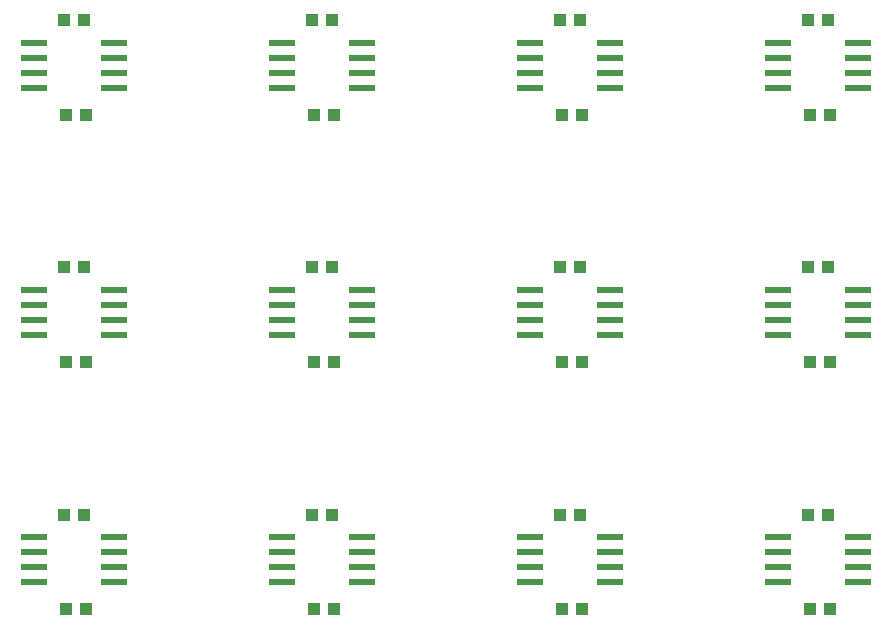
<source format=gtp>
G75*
%MOIN*%
%OFA0B0*%
%FSLAX24Y24*%
%IPPOS*%
%LPD*%
%AMOC8*
5,1,8,0,0,1.08239X$1,22.5*
%
%ADD10R,0.0870X0.0240*%
%ADD11R,0.0433X0.0394*%
D10*
X005458Y003676D03*
X005458Y004176D03*
X005458Y004676D03*
X005458Y005176D03*
X008108Y005176D03*
X008108Y004676D03*
X008108Y004176D03*
X008108Y003676D03*
X013726Y003676D03*
X013726Y004176D03*
X013726Y004676D03*
X013726Y005176D03*
X016376Y005176D03*
X016376Y004676D03*
X016376Y004176D03*
X016376Y003676D03*
X021993Y003676D03*
X021993Y004176D03*
X021993Y004676D03*
X021993Y005176D03*
X024643Y005176D03*
X024643Y004676D03*
X024643Y004176D03*
X024643Y003676D03*
X030261Y003676D03*
X030261Y004176D03*
X030261Y004676D03*
X030261Y005176D03*
X032911Y005176D03*
X032911Y004676D03*
X032911Y004176D03*
X032911Y003676D03*
X032911Y011912D03*
X032911Y012412D03*
X032911Y012912D03*
X032911Y013412D03*
X030261Y013412D03*
X030261Y012912D03*
X030261Y012412D03*
X030261Y011912D03*
X024643Y011912D03*
X024643Y012412D03*
X024643Y012912D03*
X024643Y013412D03*
X021993Y013412D03*
X021993Y012912D03*
X021993Y012412D03*
X021993Y011912D03*
X016376Y011912D03*
X016376Y012412D03*
X016376Y012912D03*
X016376Y013412D03*
X013726Y013412D03*
X013726Y012912D03*
X013726Y012412D03*
X013726Y011912D03*
X008108Y011912D03*
X008108Y012412D03*
X008108Y012912D03*
X008108Y013412D03*
X005458Y013412D03*
X005458Y012912D03*
X005458Y012412D03*
X005458Y011912D03*
X005458Y020148D03*
X005458Y020648D03*
X005458Y021148D03*
X005458Y021648D03*
X008108Y021648D03*
X008108Y021148D03*
X008108Y020648D03*
X008108Y020148D03*
X013726Y020148D03*
X013726Y020648D03*
X013726Y021148D03*
X013726Y021648D03*
X016376Y021648D03*
X016376Y021148D03*
X016376Y020648D03*
X016376Y020148D03*
X021993Y020148D03*
X021993Y020648D03*
X021993Y021148D03*
X021993Y021648D03*
X024643Y021648D03*
X024643Y021148D03*
X024643Y020648D03*
X024643Y020148D03*
X030261Y020148D03*
X030261Y020648D03*
X030261Y021148D03*
X030261Y021648D03*
X032911Y021648D03*
X032911Y021148D03*
X032911Y020648D03*
X032911Y020148D03*
D11*
X031976Y019248D03*
X031306Y019248D03*
X031256Y022398D03*
X031926Y022398D03*
X023658Y022398D03*
X022989Y022398D03*
X023039Y019248D03*
X023708Y019248D03*
X023658Y014162D03*
X022989Y014162D03*
X023039Y011012D03*
X023708Y011012D03*
X023658Y005926D03*
X022989Y005926D03*
X023039Y002776D03*
X023708Y002776D03*
X031306Y002776D03*
X031976Y002776D03*
X031926Y005926D03*
X031256Y005926D03*
X031306Y011012D03*
X031976Y011012D03*
X031926Y014162D03*
X031256Y014162D03*
X015390Y014162D03*
X014721Y014162D03*
X014771Y011012D03*
X015440Y011012D03*
X015390Y005926D03*
X014721Y005926D03*
X014771Y002776D03*
X015440Y002776D03*
X007172Y002776D03*
X006503Y002776D03*
X006453Y005926D03*
X007122Y005926D03*
X007172Y011012D03*
X006503Y011012D03*
X006453Y014162D03*
X007122Y014162D03*
X007172Y019248D03*
X006503Y019248D03*
X006453Y022398D03*
X007122Y022398D03*
X014721Y022398D03*
X015390Y022398D03*
X015440Y019248D03*
X014771Y019248D03*
M02*

</source>
